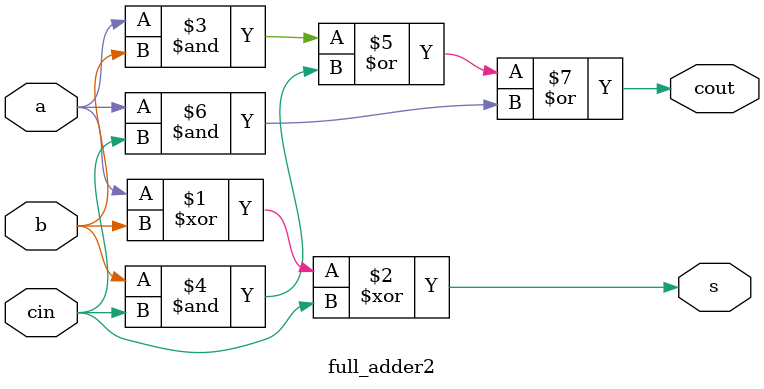
<source format=sv>

module full_adder2 (
        input a,
        input b,
        input cin,
        output s,
        output cout);
    assign s = a^b^cin;
    assign cout = (a&b) | (b&cin) | (a&cin);
endmodule

</source>
